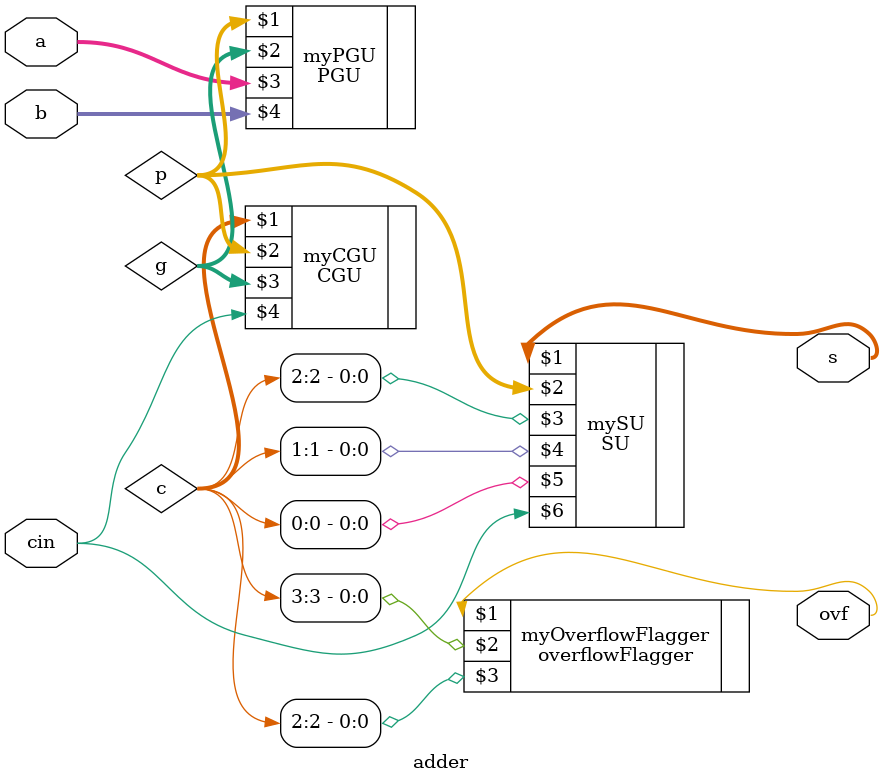
<source format=v>
`include "CGU.v"
`include "PGU.v"
`include "SU.v"
`include "overflowFlagger.v"

module adder(s,ovf,a,b,cin);
input [3:0] a,b;
input cin;

output[3:0] s;
output ovf;

wire[3:0] p,g,c;

PGU myPGU(p,g,a,b);
CGU myCGU(c,p,g,cin);
overflowFlagger myOverflowFlagger(ovf, c[3], c[2]);
SU mySU(s, p, c[2], c[1], c[0], cin);
endmodule
/*
module adder_tb();
	reg [3:0]a, b;
	reg cin;
	wire ovFlag;
	wire [3:0]s;
	
	adder myAdder(
	.s(s),
	.ovf(ovFlag),
	.a(a),
	.b(b),
	.cin(cin)
	);
	
	initial begin
	$display("   a  +  b   =   output"); 
	$monitor(" %4b + %4b = %4b", a, b, s);
	end
	
	initial begin
		#10;
		
		a=4'b0111;
		b=4'b0001;
		cin=0;
		#10; //output should be 1000 
		
		
		a = 4'b0011 ;
		b = 4'b1010 ;
		cin =0; 
		#10; //output should be 1101 
		
		a = 4'b1101;
		b = 4'b1000;
		cin =0;
		#10;//output should be 0101 
		
		a=4'b1111; //output should be 1101 
		b=4'b1110;
		cin=0;
		#10
		
		a=4'b0000;
		b=4'b0000;
		cin=0;	//output should be 0000 
		#10;
	
	end
endmodule
*/
</source>
